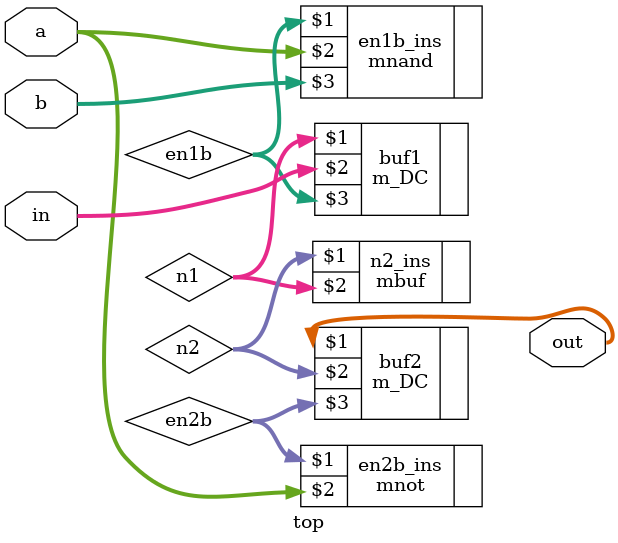
<source format=v>
module top(in, a, b, out);
input [1:0] in, a, b;
output [1:0] out;
wire [1:0] n2, n1, en2b, en1b, out, b, a, in;
mnand en1b_ins(en1b, a, b);
mnot en2b_ins(en2b, a);
m_DC buf1(n1, in, en1b);
mbuf n2_ins(n2, n1);
m_DC buf2(out, n2, en2b);
endmodule
</source>
